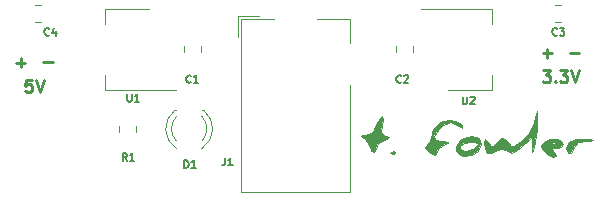
<source format=gbr>
G04 #@! TF.GenerationSoftware,KiCad,Pcbnew,(5.1.2)-2*
G04 #@! TF.CreationDate,2019-09-13T01:35:51-05:00*
G04 #@! TF.ProjectId,breadboard_power,62726561-6462-46f6-9172-645f706f7765,rev?*
G04 #@! TF.SameCoordinates,Original*
G04 #@! TF.FileFunction,Legend,Top*
G04 #@! TF.FilePolarity,Positive*
%FSLAX46Y46*%
G04 Gerber Fmt 4.6, Leading zero omitted, Abs format (unit mm)*
G04 Created by KiCad (PCBNEW (5.1.2)-2) date 2019-09-13 01:35:51*
%MOMM*%
%LPD*%
G04 APERTURE LIST*
%ADD10C,0.254000*%
%ADD11C,0.010000*%
%ADD12C,0.120000*%
%ADD13C,0.150000*%
%ADD14C,0.127000*%
%ADD15C,0.100000*%
%ADD16C,1.251600*%
%ADD17R,1.901600X1.901600*%
%ADD18C,1.901600*%
%ADD19R,2.701600X2.701600*%
%ADD20C,2.701600*%
%ADD21O,1.801600X1.801600*%
%ADD22R,1.801600X1.801600*%
%ADD23R,2.101600X1.601600*%
%ADD24R,2.101600X3.901600*%
G04 APERTURE END LIST*
D10*
X29472571Y-36787047D02*
X29472571Y-36012952D01*
X29859619Y-36400000D02*
X29085523Y-36400000D01*
X32187047Y-36327428D02*
X31412952Y-36327428D01*
X30406476Y-37843619D02*
X29922666Y-37843619D01*
X29874285Y-38327428D01*
X29922666Y-38279047D01*
X30019428Y-38230666D01*
X30261333Y-38230666D01*
X30358095Y-38279047D01*
X30406476Y-38327428D01*
X30454857Y-38424190D01*
X30454857Y-38666095D01*
X30406476Y-38762857D01*
X30358095Y-38811238D01*
X30261333Y-38859619D01*
X30019428Y-38859619D01*
X29922666Y-38811238D01*
X29874285Y-38762857D01*
X30745142Y-37843619D02*
X31083809Y-38859619D01*
X31422476Y-37843619D01*
X73700190Y-37043619D02*
X74329142Y-37043619D01*
X73990476Y-37430666D01*
X74135619Y-37430666D01*
X74232380Y-37479047D01*
X74280761Y-37527428D01*
X74329142Y-37624190D01*
X74329142Y-37866095D01*
X74280761Y-37962857D01*
X74232380Y-38011238D01*
X74135619Y-38059619D01*
X73845333Y-38059619D01*
X73748571Y-38011238D01*
X73700190Y-37962857D01*
X74764571Y-37962857D02*
X74812952Y-38011238D01*
X74764571Y-38059619D01*
X74716190Y-38011238D01*
X74764571Y-37962857D01*
X74764571Y-38059619D01*
X75151619Y-37043619D02*
X75780571Y-37043619D01*
X75441904Y-37430666D01*
X75587047Y-37430666D01*
X75683809Y-37479047D01*
X75732190Y-37527428D01*
X75780571Y-37624190D01*
X75780571Y-37866095D01*
X75732190Y-37962857D01*
X75683809Y-38011238D01*
X75587047Y-38059619D01*
X75296761Y-38059619D01*
X75200000Y-38011238D01*
X75151619Y-37962857D01*
X76070857Y-37043619D02*
X76409523Y-38059619D01*
X76748190Y-37043619D01*
X74072571Y-35987047D02*
X74072571Y-35212952D01*
X74459619Y-35600000D02*
X73685523Y-35600000D01*
X76787047Y-35527428D02*
X76012952Y-35527428D01*
D11*
G36*
X77597542Y-42842483D02*
G01*
X77901210Y-42925407D01*
X77708103Y-42976614D01*
X77332338Y-42998327D01*
X76632829Y-43135382D01*
X76313939Y-43516561D01*
X76298522Y-43569474D01*
X76061888Y-44028523D01*
X75808517Y-44036367D01*
X75686407Y-43591776D01*
X75686316Y-43574568D01*
X75921193Y-43105630D01*
X76536455Y-42833978D01*
X77398053Y-42810959D01*
X77597542Y-42842483D01*
X77597542Y-42842483D01*
G37*
X77597542Y-42842483D02*
X77901210Y-42925407D01*
X77708103Y-42976614D01*
X77332338Y-42998327D01*
X76632829Y-43135382D01*
X76313939Y-43516561D01*
X76298522Y-43569474D01*
X76061888Y-44028523D01*
X75808517Y-44036367D01*
X75686407Y-43591776D01*
X75686316Y-43574568D01*
X75921193Y-43105630D01*
X76536455Y-42833978D01*
X77398053Y-42810959D01*
X77597542Y-42842483D01*
G36*
X73236959Y-41296843D02*
G01*
X73188488Y-42105025D01*
X73053621Y-43038575D01*
X73027970Y-43168422D01*
X72889355Y-43785494D01*
X72816497Y-43908256D01*
X72780968Y-43568772D01*
X72776010Y-43452610D01*
X72745263Y-42667324D01*
X71952825Y-43426528D01*
X71396747Y-43894404D01*
X71024799Y-43997459D01*
X70766758Y-43859050D01*
X70266945Y-43671946D01*
X69838879Y-43818289D01*
X69337363Y-44060244D01*
X69075056Y-44059039D01*
X68912983Y-43925965D01*
X68769985Y-43538711D01*
X68742867Y-43190702D01*
X68774598Y-42805412D01*
X68917262Y-42925345D01*
X69034449Y-43121106D01*
X69270720Y-43447759D01*
X69523709Y-43402849D01*
X69852572Y-43124655D01*
X70261943Y-42801031D01*
X70518463Y-42851670D01*
X70750137Y-43137069D01*
X71015408Y-43437610D01*
X71285826Y-43442668D01*
X71741076Y-43130914D01*
X71906253Y-42999835D01*
X72523889Y-42306579D01*
X72946170Y-41483885D01*
X72962105Y-41430527D01*
X73224734Y-40494738D01*
X73236959Y-41296843D01*
X73236959Y-41296843D01*
G37*
X73236959Y-41296843D02*
X73188488Y-42105025D01*
X73053621Y-43038575D01*
X73027970Y-43168422D01*
X72889355Y-43785494D01*
X72816497Y-43908256D01*
X72780968Y-43568772D01*
X72776010Y-43452610D01*
X72745263Y-42667324D01*
X71952825Y-43426528D01*
X71396747Y-43894404D01*
X71024799Y-43997459D01*
X70766758Y-43859050D01*
X70266945Y-43671946D01*
X69838879Y-43818289D01*
X69337363Y-44060244D01*
X69075056Y-44059039D01*
X68912983Y-43925965D01*
X68769985Y-43538711D01*
X68742867Y-43190702D01*
X68774598Y-42805412D01*
X68917262Y-42925345D01*
X69034449Y-43121106D01*
X69270720Y-43447759D01*
X69523709Y-43402849D01*
X69852572Y-43124655D01*
X70261943Y-42801031D01*
X70518463Y-42851670D01*
X70750137Y-43137069D01*
X71015408Y-43437610D01*
X71285826Y-43442668D01*
X71741076Y-43130914D01*
X71906253Y-42999835D01*
X72523889Y-42306579D01*
X72946170Y-41483885D01*
X72962105Y-41430527D01*
X73224734Y-40494738D01*
X73236959Y-41296843D01*
G36*
X61159298Y-43925965D02*
G01*
X61122597Y-44084916D01*
X60981053Y-44104211D01*
X60760978Y-44006385D01*
X60802807Y-43925965D01*
X61120111Y-43893967D01*
X61159298Y-43925965D01*
X61159298Y-43925965D01*
G37*
X61159298Y-43925965D02*
X61122597Y-44084916D01*
X60981053Y-44104211D01*
X60760978Y-44006385D01*
X60802807Y-43925965D01*
X61120111Y-43893967D01*
X61159298Y-43925965D01*
G36*
X60120636Y-41242593D02*
G01*
X60050256Y-41675161D01*
X59997989Y-42265798D01*
X60232593Y-42538959D01*
X60363223Y-42582610D01*
X60658312Y-42698289D01*
X60478653Y-42824736D01*
X60245790Y-42903896D01*
X59778395Y-43185812D01*
X59644211Y-43451194D01*
X59467767Y-43893125D01*
X59376842Y-43970527D01*
X59153497Y-43903277D01*
X59109474Y-43681571D01*
X58911693Y-43161128D01*
X58641579Y-42872190D01*
X58335873Y-42600910D01*
X58504946Y-42516560D01*
X58749108Y-42508504D01*
X59285423Y-42274948D01*
X59604147Y-41697895D01*
X59880173Y-41078431D01*
X60073032Y-40925609D01*
X60120636Y-41242593D01*
X60120636Y-41242593D01*
G37*
X60120636Y-41242593D02*
X60050256Y-41675161D01*
X59997989Y-42265798D01*
X60232593Y-42538959D01*
X60363223Y-42582610D01*
X60658312Y-42698289D01*
X60478653Y-42824736D01*
X60245790Y-42903896D01*
X59778395Y-43185812D01*
X59644211Y-43451194D01*
X59467767Y-43893125D01*
X59376842Y-43970527D01*
X59153497Y-43903277D01*
X59109474Y-43681571D01*
X58911693Y-43161128D01*
X58641579Y-42872190D01*
X58335873Y-42600910D01*
X58504946Y-42516560D01*
X58749108Y-42508504D01*
X59285423Y-42274948D01*
X59604147Y-41697895D01*
X59880173Y-41078431D01*
X60073032Y-40925609D01*
X60120636Y-41242593D01*
G36*
X75136383Y-42891661D02*
G01*
X75413177Y-43232866D01*
X75221993Y-43502148D01*
X74851473Y-43569474D01*
X74465228Y-43628012D01*
X74542801Y-43877563D01*
X74616842Y-43970527D01*
X74782542Y-44294378D01*
X74553486Y-44331571D01*
X74015263Y-44082795D01*
X73626822Y-43686554D01*
X73547369Y-43427598D01*
X73754907Y-43123860D01*
X74438597Y-43123860D01*
X74475298Y-43282810D01*
X74616842Y-43302106D01*
X74836917Y-43204280D01*
X74795088Y-43123860D01*
X74477784Y-43091861D01*
X74438597Y-43123860D01*
X73754907Y-43123860D01*
X73774535Y-43095135D01*
X74295812Y-42861382D01*
X74870864Y-42807398D01*
X75136383Y-42891661D01*
X75136383Y-42891661D01*
G37*
X75136383Y-42891661D02*
X75413177Y-43232866D01*
X75221993Y-43502148D01*
X74851473Y-43569474D01*
X74465228Y-43628012D01*
X74542801Y-43877563D01*
X74616842Y-43970527D01*
X74782542Y-44294378D01*
X74553486Y-44331571D01*
X74015263Y-44082795D01*
X73626822Y-43686554D01*
X73547369Y-43427598D01*
X73754907Y-43123860D01*
X74438597Y-43123860D01*
X74475298Y-43282810D01*
X74616842Y-43302106D01*
X74836917Y-43204280D01*
X74795088Y-43123860D01*
X74477784Y-43091861D01*
X74438597Y-43123860D01*
X73754907Y-43123860D01*
X73774535Y-43095135D01*
X74295812Y-42861382D01*
X74870864Y-42807398D01*
X75136383Y-42891661D01*
G36*
X68269953Y-42754550D02*
G01*
X68467369Y-43284307D01*
X68239108Y-43877596D01*
X67669828Y-44236982D01*
X66932774Y-44275089D01*
X66662632Y-44194506D01*
X66352512Y-43845958D01*
X66382394Y-43502632D01*
X66660970Y-43502632D01*
X66761114Y-43775056D01*
X67222202Y-43820725D01*
X67777080Y-43674553D01*
X68144487Y-43403700D01*
X68200000Y-43255741D01*
X67991737Y-43083829D01*
X67517905Y-43085056D01*
X67004941Y-43223096D01*
X66679280Y-43461625D01*
X66660970Y-43502632D01*
X66382394Y-43502632D01*
X66396838Y-43336682D01*
X66752961Y-42864086D01*
X66979792Y-42726489D01*
X67737050Y-42550827D01*
X68269953Y-42754550D01*
X68269953Y-42754550D01*
G37*
X68269953Y-42754550D02*
X68467369Y-43284307D01*
X68239108Y-43877596D01*
X67669828Y-44236982D01*
X66932774Y-44275089D01*
X66662632Y-44194506D01*
X66352512Y-43845958D01*
X66382394Y-43502632D01*
X66660970Y-43502632D01*
X66761114Y-43775056D01*
X67222202Y-43820725D01*
X67777080Y-43674553D01*
X68144487Y-43403700D01*
X68200000Y-43255741D01*
X67991737Y-43083829D01*
X67517905Y-43085056D01*
X67004941Y-43223096D01*
X66679280Y-43461625D01*
X66660970Y-43502632D01*
X66382394Y-43502632D01*
X66396838Y-43336682D01*
X66752961Y-42864086D01*
X66979792Y-42726489D01*
X67737050Y-42550827D01*
X68269953Y-42754550D01*
G36*
X65865620Y-41214976D02*
G01*
X66480956Y-41390002D01*
X66808683Y-41696378D01*
X66809146Y-41697895D01*
X66838278Y-41953139D01*
X66592755Y-41780723D01*
X66575737Y-41764737D01*
X65923754Y-41449598D01*
X65261151Y-41632159D01*
X64873056Y-42024755D01*
X64519486Y-42627010D01*
X64567869Y-42937713D01*
X65046380Y-43047719D01*
X65192105Y-43053529D01*
X65655153Y-43088254D01*
X65624361Y-43182488D01*
X65412580Y-43274004D01*
X64912225Y-43636963D01*
X64744159Y-43903747D01*
X64581487Y-44183461D01*
X64301504Y-44099561D01*
X64055790Y-43919959D01*
X63726823Y-43566660D01*
X63855263Y-43382828D01*
X64146454Y-43042330D01*
X64189474Y-42804579D01*
X64416828Y-41987911D01*
X64999700Y-41409189D01*
X65789308Y-41209514D01*
X65865620Y-41214976D01*
X65865620Y-41214976D01*
G37*
X65865620Y-41214976D02*
X66480956Y-41390002D01*
X66808683Y-41696378D01*
X66809146Y-41697895D01*
X66838278Y-41953139D01*
X66592755Y-41780723D01*
X66575737Y-41764737D01*
X65923754Y-41449598D01*
X65261151Y-41632159D01*
X64873056Y-42024755D01*
X64519486Y-42627010D01*
X64567869Y-42937713D01*
X65046380Y-43047719D01*
X65192105Y-43053529D01*
X65655153Y-43088254D01*
X65624361Y-43182488D01*
X65412580Y-43274004D01*
X64912225Y-43636963D01*
X64744159Y-43903747D01*
X64581487Y-44183461D01*
X64301504Y-44099561D01*
X64055790Y-43919959D01*
X63726823Y-43566660D01*
X63855263Y-43382828D01*
X64146454Y-43042330D01*
X64189474Y-42804579D01*
X64416828Y-41987911D01*
X64999700Y-41409189D01*
X65789308Y-41209514D01*
X65865620Y-41214976D01*
D12*
X44710000Y-34988748D02*
X44710000Y-35511252D01*
X43290000Y-34988748D02*
X43290000Y-35511252D01*
X61290000Y-35511252D02*
X61290000Y-34988748D01*
X62710000Y-35511252D02*
X62710000Y-34988748D01*
X74738748Y-32960000D02*
X75261252Y-32960000D01*
X74738748Y-31540000D02*
X75261252Y-31540000D01*
X30713748Y-32960000D02*
X31236252Y-32960000D01*
X30713748Y-31540000D02*
X31236252Y-31540000D01*
X44828608Y-43652335D02*
G75*
G03X44985516Y-40420000I-1078608J1672335D01*
G01*
X42671392Y-43652335D02*
G75*
G02X42514484Y-40420000I1078608J1672335D01*
G01*
X44829837Y-43021130D02*
G75*
G03X44830000Y-40939039I-1079837J1041130D01*
G01*
X42670163Y-43021130D02*
G75*
G02X42670000Y-40939039I1079837J1041130D01*
G01*
X44986000Y-40420000D02*
X44830000Y-40420000D01*
X42670000Y-40420000D02*
X42514000Y-40420000D01*
X57350000Y-38300000D02*
X57350000Y-47300000D01*
X57350000Y-47300000D02*
X48150000Y-47300000D01*
X48150000Y-47300000D02*
X48150000Y-32700000D01*
X48150000Y-32700000D02*
X50950000Y-32700000D01*
X54550000Y-32700000D02*
X57350000Y-32700000D01*
X57350000Y-32700000D02*
X57350000Y-34700000D01*
X47910000Y-34200000D02*
X47910000Y-32460000D01*
X47910000Y-32460000D02*
X49650000Y-32460000D01*
X39210000Y-41738748D02*
X39210000Y-42261252D01*
X37790000Y-41738748D02*
X37790000Y-42261252D01*
X42600000Y-38660000D02*
X36590000Y-38660000D01*
X40350000Y-31840000D02*
X36590000Y-31840000D01*
X36590000Y-38660000D02*
X36590000Y-37400000D01*
X36590000Y-31840000D02*
X36590000Y-33100000D01*
X69410000Y-38660000D02*
X69410000Y-37400000D01*
X69410000Y-31840000D02*
X69410000Y-33100000D01*
X65650000Y-38660000D02*
X69410000Y-38660000D01*
X63400000Y-31840000D02*
X69410000Y-31840000D01*
D13*
X43894166Y-38026785D02*
X43863928Y-38057023D01*
X43773214Y-38087261D01*
X43712738Y-38087261D01*
X43622023Y-38057023D01*
X43561547Y-37996547D01*
X43531309Y-37936071D01*
X43501071Y-37815119D01*
X43501071Y-37724404D01*
X43531309Y-37603452D01*
X43561547Y-37542976D01*
X43622023Y-37482500D01*
X43712738Y-37452261D01*
X43773214Y-37452261D01*
X43863928Y-37482500D01*
X43894166Y-37512738D01*
X44498928Y-38087261D02*
X44136071Y-38087261D01*
X44317500Y-38087261D02*
X44317500Y-37452261D01*
X44257023Y-37542976D01*
X44196547Y-37603452D01*
X44136071Y-37633690D01*
X61694166Y-38026785D02*
X61663928Y-38057023D01*
X61573214Y-38087261D01*
X61512738Y-38087261D01*
X61422023Y-38057023D01*
X61361547Y-37996547D01*
X61331309Y-37936071D01*
X61301071Y-37815119D01*
X61301071Y-37724404D01*
X61331309Y-37603452D01*
X61361547Y-37542976D01*
X61422023Y-37482500D01*
X61512738Y-37452261D01*
X61573214Y-37452261D01*
X61663928Y-37482500D01*
X61694166Y-37512738D01*
X61936071Y-37512738D02*
X61966309Y-37482500D01*
X62026785Y-37452261D01*
X62177976Y-37452261D01*
X62238452Y-37482500D01*
X62268690Y-37512738D01*
X62298928Y-37573214D01*
X62298928Y-37633690D01*
X62268690Y-37724404D01*
X61905833Y-38087261D01*
X62298928Y-38087261D01*
X74894166Y-34026785D02*
X74863928Y-34057023D01*
X74773214Y-34087261D01*
X74712738Y-34087261D01*
X74622023Y-34057023D01*
X74561547Y-33996547D01*
X74531309Y-33936071D01*
X74501071Y-33815119D01*
X74501071Y-33724404D01*
X74531309Y-33603452D01*
X74561547Y-33542976D01*
X74622023Y-33482500D01*
X74712738Y-33452261D01*
X74773214Y-33452261D01*
X74863928Y-33482500D01*
X74894166Y-33512738D01*
X75105833Y-33452261D02*
X75498928Y-33452261D01*
X75287261Y-33694166D01*
X75377976Y-33694166D01*
X75438452Y-33724404D01*
X75468690Y-33754642D01*
X75498928Y-33815119D01*
X75498928Y-33966309D01*
X75468690Y-34026785D01*
X75438452Y-34057023D01*
X75377976Y-34087261D01*
X75196547Y-34087261D01*
X75136071Y-34057023D01*
X75105833Y-34026785D01*
X31894166Y-34026785D02*
X31863928Y-34057023D01*
X31773214Y-34087261D01*
X31712738Y-34087261D01*
X31622023Y-34057023D01*
X31561547Y-33996547D01*
X31531309Y-33936071D01*
X31501071Y-33815119D01*
X31501071Y-33724404D01*
X31531309Y-33603452D01*
X31561547Y-33542976D01*
X31622023Y-33482500D01*
X31712738Y-33452261D01*
X31773214Y-33452261D01*
X31863928Y-33482500D01*
X31894166Y-33512738D01*
X32438452Y-33663928D02*
X32438452Y-34087261D01*
X32287261Y-33422023D02*
X32136071Y-33875595D01*
X32529166Y-33875595D01*
X43331309Y-45287261D02*
X43331309Y-44652261D01*
X43482500Y-44652261D01*
X43573214Y-44682500D01*
X43633690Y-44742976D01*
X43663928Y-44803452D01*
X43694166Y-44924404D01*
X43694166Y-45015119D01*
X43663928Y-45136071D01*
X43633690Y-45196547D01*
X43573214Y-45257023D01*
X43482500Y-45287261D01*
X43331309Y-45287261D01*
X44298928Y-45287261D02*
X43936071Y-45287261D01*
X44117500Y-45287261D02*
X44117500Y-44652261D01*
X44057023Y-44742976D01*
X43996547Y-44803452D01*
X43936071Y-44833690D01*
X46788333Y-44452261D02*
X46788333Y-44905833D01*
X46758095Y-44996547D01*
X46697619Y-45057023D01*
X46606904Y-45087261D01*
X46546428Y-45087261D01*
X47423333Y-45087261D02*
X47060476Y-45087261D01*
X47241904Y-45087261D02*
X47241904Y-44452261D01*
X47181428Y-44542976D01*
X47120952Y-44603452D01*
X47060476Y-44633690D01*
D14*
X38494166Y-44687261D02*
X38282500Y-44384880D01*
X38131309Y-44687261D02*
X38131309Y-44052261D01*
X38373214Y-44052261D01*
X38433690Y-44082500D01*
X38463928Y-44112738D01*
X38494166Y-44173214D01*
X38494166Y-44263928D01*
X38463928Y-44324404D01*
X38433690Y-44354642D01*
X38373214Y-44384880D01*
X38131309Y-44384880D01*
X39098928Y-44687261D02*
X38736071Y-44687261D01*
X38917500Y-44687261D02*
X38917500Y-44052261D01*
X38857023Y-44142976D01*
X38796547Y-44203452D01*
X38736071Y-44233690D01*
D13*
X38516190Y-39052261D02*
X38516190Y-39566309D01*
X38546428Y-39626785D01*
X38576666Y-39657023D01*
X38637142Y-39687261D01*
X38758095Y-39687261D01*
X38818571Y-39657023D01*
X38848809Y-39626785D01*
X38879047Y-39566309D01*
X38879047Y-39052261D01*
X39514047Y-39687261D02*
X39151190Y-39687261D01*
X39332619Y-39687261D02*
X39332619Y-39052261D01*
X39272142Y-39142976D01*
X39211666Y-39203452D01*
X39151190Y-39233690D01*
X66916190Y-39252261D02*
X66916190Y-39766309D01*
X66946428Y-39826785D01*
X66976666Y-39857023D01*
X67037142Y-39887261D01*
X67158095Y-39887261D01*
X67218571Y-39857023D01*
X67248809Y-39826785D01*
X67279047Y-39766309D01*
X67279047Y-39252261D01*
X67551190Y-39312738D02*
X67581428Y-39282500D01*
X67641904Y-39252261D01*
X67793095Y-39252261D01*
X67853571Y-39282500D01*
X67883809Y-39312738D01*
X67914047Y-39373214D01*
X67914047Y-39433690D01*
X67883809Y-39524404D01*
X67520952Y-39887261D01*
X67914047Y-39887261D01*
%LPC*%
D15*
G36*
X44505383Y-33600510D02*
G01*
X44531795Y-33604428D01*
X44557696Y-33610916D01*
X44582837Y-33619911D01*
X44606974Y-33631328D01*
X44629877Y-33645055D01*
X44651324Y-33660961D01*
X44671108Y-33678892D01*
X44689039Y-33698676D01*
X44704945Y-33720123D01*
X44718672Y-33743026D01*
X44730089Y-33767163D01*
X44739084Y-33792304D01*
X44745572Y-33818205D01*
X44749490Y-33844617D01*
X44750800Y-33871286D01*
X44750800Y-34578714D01*
X44749490Y-34605383D01*
X44745572Y-34631795D01*
X44739084Y-34657696D01*
X44730089Y-34682837D01*
X44718672Y-34706974D01*
X44704945Y-34729877D01*
X44689039Y-34751324D01*
X44671108Y-34771108D01*
X44651324Y-34789039D01*
X44629877Y-34804945D01*
X44606974Y-34818672D01*
X44582837Y-34830089D01*
X44557696Y-34839084D01*
X44531795Y-34845572D01*
X44505383Y-34849490D01*
X44478714Y-34850800D01*
X43521286Y-34850800D01*
X43494617Y-34849490D01*
X43468205Y-34845572D01*
X43442304Y-34839084D01*
X43417163Y-34830089D01*
X43393026Y-34818672D01*
X43370123Y-34804945D01*
X43348676Y-34789039D01*
X43328892Y-34771108D01*
X43310961Y-34751324D01*
X43295055Y-34729877D01*
X43281328Y-34706974D01*
X43269911Y-34682837D01*
X43260916Y-34657696D01*
X43254428Y-34631795D01*
X43250510Y-34605383D01*
X43249200Y-34578714D01*
X43249200Y-33871286D01*
X43250510Y-33844617D01*
X43254428Y-33818205D01*
X43260916Y-33792304D01*
X43269911Y-33767163D01*
X43281328Y-33743026D01*
X43295055Y-33720123D01*
X43310961Y-33698676D01*
X43328892Y-33678892D01*
X43348676Y-33660961D01*
X43370123Y-33645055D01*
X43393026Y-33631328D01*
X43417163Y-33619911D01*
X43442304Y-33610916D01*
X43468205Y-33604428D01*
X43494617Y-33600510D01*
X43521286Y-33599200D01*
X44478714Y-33599200D01*
X44505383Y-33600510D01*
X44505383Y-33600510D01*
G37*
D16*
X44000000Y-34225000D03*
D15*
G36*
X44505383Y-35650510D02*
G01*
X44531795Y-35654428D01*
X44557696Y-35660916D01*
X44582837Y-35669911D01*
X44606974Y-35681328D01*
X44629877Y-35695055D01*
X44651324Y-35710961D01*
X44671108Y-35728892D01*
X44689039Y-35748676D01*
X44704945Y-35770123D01*
X44718672Y-35793026D01*
X44730089Y-35817163D01*
X44739084Y-35842304D01*
X44745572Y-35868205D01*
X44749490Y-35894617D01*
X44750800Y-35921286D01*
X44750800Y-36628714D01*
X44749490Y-36655383D01*
X44745572Y-36681795D01*
X44739084Y-36707696D01*
X44730089Y-36732837D01*
X44718672Y-36756974D01*
X44704945Y-36779877D01*
X44689039Y-36801324D01*
X44671108Y-36821108D01*
X44651324Y-36839039D01*
X44629877Y-36854945D01*
X44606974Y-36868672D01*
X44582837Y-36880089D01*
X44557696Y-36889084D01*
X44531795Y-36895572D01*
X44505383Y-36899490D01*
X44478714Y-36900800D01*
X43521286Y-36900800D01*
X43494617Y-36899490D01*
X43468205Y-36895572D01*
X43442304Y-36889084D01*
X43417163Y-36880089D01*
X43393026Y-36868672D01*
X43370123Y-36854945D01*
X43348676Y-36839039D01*
X43328892Y-36821108D01*
X43310961Y-36801324D01*
X43295055Y-36779877D01*
X43281328Y-36756974D01*
X43269911Y-36732837D01*
X43260916Y-36707696D01*
X43254428Y-36681795D01*
X43250510Y-36655383D01*
X43249200Y-36628714D01*
X43249200Y-35921286D01*
X43250510Y-35894617D01*
X43254428Y-35868205D01*
X43260916Y-35842304D01*
X43269911Y-35817163D01*
X43281328Y-35793026D01*
X43295055Y-35770123D01*
X43310961Y-35748676D01*
X43328892Y-35728892D01*
X43348676Y-35710961D01*
X43370123Y-35695055D01*
X43393026Y-35681328D01*
X43417163Y-35669911D01*
X43442304Y-35660916D01*
X43468205Y-35654428D01*
X43494617Y-35650510D01*
X43521286Y-35649200D01*
X44478714Y-35649200D01*
X44505383Y-35650510D01*
X44505383Y-35650510D01*
G37*
D16*
X44000000Y-36275000D03*
D15*
G36*
X62505383Y-35650510D02*
G01*
X62531795Y-35654428D01*
X62557696Y-35660916D01*
X62582837Y-35669911D01*
X62606974Y-35681328D01*
X62629877Y-35695055D01*
X62651324Y-35710961D01*
X62671108Y-35728892D01*
X62689039Y-35748676D01*
X62704945Y-35770123D01*
X62718672Y-35793026D01*
X62730089Y-35817163D01*
X62739084Y-35842304D01*
X62745572Y-35868205D01*
X62749490Y-35894617D01*
X62750800Y-35921286D01*
X62750800Y-36628714D01*
X62749490Y-36655383D01*
X62745572Y-36681795D01*
X62739084Y-36707696D01*
X62730089Y-36732837D01*
X62718672Y-36756974D01*
X62704945Y-36779877D01*
X62689039Y-36801324D01*
X62671108Y-36821108D01*
X62651324Y-36839039D01*
X62629877Y-36854945D01*
X62606974Y-36868672D01*
X62582837Y-36880089D01*
X62557696Y-36889084D01*
X62531795Y-36895572D01*
X62505383Y-36899490D01*
X62478714Y-36900800D01*
X61521286Y-36900800D01*
X61494617Y-36899490D01*
X61468205Y-36895572D01*
X61442304Y-36889084D01*
X61417163Y-36880089D01*
X61393026Y-36868672D01*
X61370123Y-36854945D01*
X61348676Y-36839039D01*
X61328892Y-36821108D01*
X61310961Y-36801324D01*
X61295055Y-36779877D01*
X61281328Y-36756974D01*
X61269911Y-36732837D01*
X61260916Y-36707696D01*
X61254428Y-36681795D01*
X61250510Y-36655383D01*
X61249200Y-36628714D01*
X61249200Y-35921286D01*
X61250510Y-35894617D01*
X61254428Y-35868205D01*
X61260916Y-35842304D01*
X61269911Y-35817163D01*
X61281328Y-35793026D01*
X61295055Y-35770123D01*
X61310961Y-35748676D01*
X61328892Y-35728892D01*
X61348676Y-35710961D01*
X61370123Y-35695055D01*
X61393026Y-35681328D01*
X61417163Y-35669911D01*
X61442304Y-35660916D01*
X61468205Y-35654428D01*
X61494617Y-35650510D01*
X61521286Y-35649200D01*
X62478714Y-35649200D01*
X62505383Y-35650510D01*
X62505383Y-35650510D01*
G37*
D16*
X62000000Y-36275000D03*
D15*
G36*
X62505383Y-33600510D02*
G01*
X62531795Y-33604428D01*
X62557696Y-33610916D01*
X62582837Y-33619911D01*
X62606974Y-33631328D01*
X62629877Y-33645055D01*
X62651324Y-33660961D01*
X62671108Y-33678892D01*
X62689039Y-33698676D01*
X62704945Y-33720123D01*
X62718672Y-33743026D01*
X62730089Y-33767163D01*
X62739084Y-33792304D01*
X62745572Y-33818205D01*
X62749490Y-33844617D01*
X62750800Y-33871286D01*
X62750800Y-34578714D01*
X62749490Y-34605383D01*
X62745572Y-34631795D01*
X62739084Y-34657696D01*
X62730089Y-34682837D01*
X62718672Y-34706974D01*
X62704945Y-34729877D01*
X62689039Y-34751324D01*
X62671108Y-34771108D01*
X62651324Y-34789039D01*
X62629877Y-34804945D01*
X62606974Y-34818672D01*
X62582837Y-34830089D01*
X62557696Y-34839084D01*
X62531795Y-34845572D01*
X62505383Y-34849490D01*
X62478714Y-34850800D01*
X61521286Y-34850800D01*
X61494617Y-34849490D01*
X61468205Y-34845572D01*
X61442304Y-34839084D01*
X61417163Y-34830089D01*
X61393026Y-34818672D01*
X61370123Y-34804945D01*
X61348676Y-34789039D01*
X61328892Y-34771108D01*
X61310961Y-34751324D01*
X61295055Y-34729877D01*
X61281328Y-34706974D01*
X61269911Y-34682837D01*
X61260916Y-34657696D01*
X61254428Y-34631795D01*
X61250510Y-34605383D01*
X61249200Y-34578714D01*
X61249200Y-33871286D01*
X61250510Y-33844617D01*
X61254428Y-33818205D01*
X61260916Y-33792304D01*
X61269911Y-33767163D01*
X61281328Y-33743026D01*
X61295055Y-33720123D01*
X61310961Y-33698676D01*
X61328892Y-33678892D01*
X61348676Y-33660961D01*
X61370123Y-33645055D01*
X61393026Y-33631328D01*
X61417163Y-33619911D01*
X61442304Y-33610916D01*
X61468205Y-33604428D01*
X61494617Y-33600510D01*
X61521286Y-33599200D01*
X62478714Y-33599200D01*
X62505383Y-33600510D01*
X62505383Y-33600510D01*
G37*
D16*
X62000000Y-34225000D03*
D15*
G36*
X76405383Y-31500510D02*
G01*
X76431795Y-31504428D01*
X76457696Y-31510916D01*
X76482837Y-31519911D01*
X76506974Y-31531328D01*
X76529877Y-31545055D01*
X76551324Y-31560961D01*
X76571108Y-31578892D01*
X76589039Y-31598676D01*
X76604945Y-31620123D01*
X76618672Y-31643026D01*
X76630089Y-31667163D01*
X76639084Y-31692304D01*
X76645572Y-31718205D01*
X76649490Y-31744617D01*
X76650800Y-31771286D01*
X76650800Y-32728714D01*
X76649490Y-32755383D01*
X76645572Y-32781795D01*
X76639084Y-32807696D01*
X76630089Y-32832837D01*
X76618672Y-32856974D01*
X76604945Y-32879877D01*
X76589039Y-32901324D01*
X76571108Y-32921108D01*
X76551324Y-32939039D01*
X76529877Y-32954945D01*
X76506974Y-32968672D01*
X76482837Y-32980089D01*
X76457696Y-32989084D01*
X76431795Y-32995572D01*
X76405383Y-32999490D01*
X76378714Y-33000800D01*
X75671286Y-33000800D01*
X75644617Y-32999490D01*
X75618205Y-32995572D01*
X75592304Y-32989084D01*
X75567163Y-32980089D01*
X75543026Y-32968672D01*
X75520123Y-32954945D01*
X75498676Y-32939039D01*
X75478892Y-32921108D01*
X75460961Y-32901324D01*
X75445055Y-32879877D01*
X75431328Y-32856974D01*
X75419911Y-32832837D01*
X75410916Y-32807696D01*
X75404428Y-32781795D01*
X75400510Y-32755383D01*
X75399200Y-32728714D01*
X75399200Y-31771286D01*
X75400510Y-31744617D01*
X75404428Y-31718205D01*
X75410916Y-31692304D01*
X75419911Y-31667163D01*
X75431328Y-31643026D01*
X75445055Y-31620123D01*
X75460961Y-31598676D01*
X75478892Y-31578892D01*
X75498676Y-31560961D01*
X75520123Y-31545055D01*
X75543026Y-31531328D01*
X75567163Y-31519911D01*
X75592304Y-31510916D01*
X75618205Y-31504428D01*
X75644617Y-31500510D01*
X75671286Y-31499200D01*
X76378714Y-31499200D01*
X76405383Y-31500510D01*
X76405383Y-31500510D01*
G37*
D16*
X76025000Y-32250000D03*
D15*
G36*
X74355383Y-31500510D02*
G01*
X74381795Y-31504428D01*
X74407696Y-31510916D01*
X74432837Y-31519911D01*
X74456974Y-31531328D01*
X74479877Y-31545055D01*
X74501324Y-31560961D01*
X74521108Y-31578892D01*
X74539039Y-31598676D01*
X74554945Y-31620123D01*
X74568672Y-31643026D01*
X74580089Y-31667163D01*
X74589084Y-31692304D01*
X74595572Y-31718205D01*
X74599490Y-31744617D01*
X74600800Y-31771286D01*
X74600800Y-32728714D01*
X74599490Y-32755383D01*
X74595572Y-32781795D01*
X74589084Y-32807696D01*
X74580089Y-32832837D01*
X74568672Y-32856974D01*
X74554945Y-32879877D01*
X74539039Y-32901324D01*
X74521108Y-32921108D01*
X74501324Y-32939039D01*
X74479877Y-32954945D01*
X74456974Y-32968672D01*
X74432837Y-32980089D01*
X74407696Y-32989084D01*
X74381795Y-32995572D01*
X74355383Y-32999490D01*
X74328714Y-33000800D01*
X73621286Y-33000800D01*
X73594617Y-32999490D01*
X73568205Y-32995572D01*
X73542304Y-32989084D01*
X73517163Y-32980089D01*
X73493026Y-32968672D01*
X73470123Y-32954945D01*
X73448676Y-32939039D01*
X73428892Y-32921108D01*
X73410961Y-32901324D01*
X73395055Y-32879877D01*
X73381328Y-32856974D01*
X73369911Y-32832837D01*
X73360916Y-32807696D01*
X73354428Y-32781795D01*
X73350510Y-32755383D01*
X73349200Y-32728714D01*
X73349200Y-31771286D01*
X73350510Y-31744617D01*
X73354428Y-31718205D01*
X73360916Y-31692304D01*
X73369911Y-31667163D01*
X73381328Y-31643026D01*
X73395055Y-31620123D01*
X73410961Y-31598676D01*
X73428892Y-31578892D01*
X73448676Y-31560961D01*
X73470123Y-31545055D01*
X73493026Y-31531328D01*
X73517163Y-31519911D01*
X73542304Y-31510916D01*
X73568205Y-31504428D01*
X73594617Y-31500510D01*
X73621286Y-31499200D01*
X74328714Y-31499200D01*
X74355383Y-31500510D01*
X74355383Y-31500510D01*
G37*
D16*
X73975000Y-32250000D03*
D15*
G36*
X32380383Y-31500510D02*
G01*
X32406795Y-31504428D01*
X32432696Y-31510916D01*
X32457837Y-31519911D01*
X32481974Y-31531328D01*
X32504877Y-31545055D01*
X32526324Y-31560961D01*
X32546108Y-31578892D01*
X32564039Y-31598676D01*
X32579945Y-31620123D01*
X32593672Y-31643026D01*
X32605089Y-31667163D01*
X32614084Y-31692304D01*
X32620572Y-31718205D01*
X32624490Y-31744617D01*
X32625800Y-31771286D01*
X32625800Y-32728714D01*
X32624490Y-32755383D01*
X32620572Y-32781795D01*
X32614084Y-32807696D01*
X32605089Y-32832837D01*
X32593672Y-32856974D01*
X32579945Y-32879877D01*
X32564039Y-32901324D01*
X32546108Y-32921108D01*
X32526324Y-32939039D01*
X32504877Y-32954945D01*
X32481974Y-32968672D01*
X32457837Y-32980089D01*
X32432696Y-32989084D01*
X32406795Y-32995572D01*
X32380383Y-32999490D01*
X32353714Y-33000800D01*
X31646286Y-33000800D01*
X31619617Y-32999490D01*
X31593205Y-32995572D01*
X31567304Y-32989084D01*
X31542163Y-32980089D01*
X31518026Y-32968672D01*
X31495123Y-32954945D01*
X31473676Y-32939039D01*
X31453892Y-32921108D01*
X31435961Y-32901324D01*
X31420055Y-32879877D01*
X31406328Y-32856974D01*
X31394911Y-32832837D01*
X31385916Y-32807696D01*
X31379428Y-32781795D01*
X31375510Y-32755383D01*
X31374200Y-32728714D01*
X31374200Y-31771286D01*
X31375510Y-31744617D01*
X31379428Y-31718205D01*
X31385916Y-31692304D01*
X31394911Y-31667163D01*
X31406328Y-31643026D01*
X31420055Y-31620123D01*
X31435961Y-31598676D01*
X31453892Y-31578892D01*
X31473676Y-31560961D01*
X31495123Y-31545055D01*
X31518026Y-31531328D01*
X31542163Y-31519911D01*
X31567304Y-31510916D01*
X31593205Y-31504428D01*
X31619617Y-31500510D01*
X31646286Y-31499200D01*
X32353714Y-31499200D01*
X32380383Y-31500510D01*
X32380383Y-31500510D01*
G37*
D16*
X32000000Y-32250000D03*
D15*
G36*
X30330383Y-31500510D02*
G01*
X30356795Y-31504428D01*
X30382696Y-31510916D01*
X30407837Y-31519911D01*
X30431974Y-31531328D01*
X30454877Y-31545055D01*
X30476324Y-31560961D01*
X30496108Y-31578892D01*
X30514039Y-31598676D01*
X30529945Y-31620123D01*
X30543672Y-31643026D01*
X30555089Y-31667163D01*
X30564084Y-31692304D01*
X30570572Y-31718205D01*
X30574490Y-31744617D01*
X30575800Y-31771286D01*
X30575800Y-32728714D01*
X30574490Y-32755383D01*
X30570572Y-32781795D01*
X30564084Y-32807696D01*
X30555089Y-32832837D01*
X30543672Y-32856974D01*
X30529945Y-32879877D01*
X30514039Y-32901324D01*
X30496108Y-32921108D01*
X30476324Y-32939039D01*
X30454877Y-32954945D01*
X30431974Y-32968672D01*
X30407837Y-32980089D01*
X30382696Y-32989084D01*
X30356795Y-32995572D01*
X30330383Y-32999490D01*
X30303714Y-33000800D01*
X29596286Y-33000800D01*
X29569617Y-32999490D01*
X29543205Y-32995572D01*
X29517304Y-32989084D01*
X29492163Y-32980089D01*
X29468026Y-32968672D01*
X29445123Y-32954945D01*
X29423676Y-32939039D01*
X29403892Y-32921108D01*
X29385961Y-32901324D01*
X29370055Y-32879877D01*
X29356328Y-32856974D01*
X29344911Y-32832837D01*
X29335916Y-32807696D01*
X29329428Y-32781795D01*
X29325510Y-32755383D01*
X29324200Y-32728714D01*
X29324200Y-31771286D01*
X29325510Y-31744617D01*
X29329428Y-31718205D01*
X29335916Y-31692304D01*
X29344911Y-31667163D01*
X29356328Y-31643026D01*
X29370055Y-31620123D01*
X29385961Y-31598676D01*
X29403892Y-31578892D01*
X29423676Y-31560961D01*
X29445123Y-31545055D01*
X29468026Y-31531328D01*
X29492163Y-31519911D01*
X29517304Y-31510916D01*
X29543205Y-31504428D01*
X29569617Y-31500510D01*
X29596286Y-31499200D01*
X30303714Y-31499200D01*
X30330383Y-31500510D01*
X30330383Y-31500510D01*
G37*
D16*
X29950000Y-32250000D03*
D17*
X43750000Y-40710000D03*
D18*
X43750000Y-43250000D03*
D19*
X52750000Y-33500000D03*
D20*
X52750000Y-39500000D03*
X57450000Y-36500000D03*
D21*
X32000000Y-28540000D03*
X32000000Y-26000000D03*
X29460000Y-28540000D03*
D22*
X29460000Y-26000000D03*
X74000000Y-26000000D03*
D21*
X74000000Y-28540000D03*
X76540000Y-26000000D03*
X76540000Y-28540000D03*
D15*
G36*
X39005383Y-40350510D02*
G01*
X39031795Y-40354428D01*
X39057696Y-40360916D01*
X39082837Y-40369911D01*
X39106974Y-40381328D01*
X39129877Y-40395055D01*
X39151324Y-40410961D01*
X39171108Y-40428892D01*
X39189039Y-40448676D01*
X39204945Y-40470123D01*
X39218672Y-40493026D01*
X39230089Y-40517163D01*
X39239084Y-40542304D01*
X39245572Y-40568205D01*
X39249490Y-40594617D01*
X39250800Y-40621286D01*
X39250800Y-41328714D01*
X39249490Y-41355383D01*
X39245572Y-41381795D01*
X39239084Y-41407696D01*
X39230089Y-41432837D01*
X39218672Y-41456974D01*
X39204945Y-41479877D01*
X39189039Y-41501324D01*
X39171108Y-41521108D01*
X39151324Y-41539039D01*
X39129877Y-41554945D01*
X39106974Y-41568672D01*
X39082837Y-41580089D01*
X39057696Y-41589084D01*
X39031795Y-41595572D01*
X39005383Y-41599490D01*
X38978714Y-41600800D01*
X38021286Y-41600800D01*
X37994617Y-41599490D01*
X37968205Y-41595572D01*
X37942304Y-41589084D01*
X37917163Y-41580089D01*
X37893026Y-41568672D01*
X37870123Y-41554945D01*
X37848676Y-41539039D01*
X37828892Y-41521108D01*
X37810961Y-41501324D01*
X37795055Y-41479877D01*
X37781328Y-41456974D01*
X37769911Y-41432837D01*
X37760916Y-41407696D01*
X37754428Y-41381795D01*
X37750510Y-41355383D01*
X37749200Y-41328714D01*
X37749200Y-40621286D01*
X37750510Y-40594617D01*
X37754428Y-40568205D01*
X37760916Y-40542304D01*
X37769911Y-40517163D01*
X37781328Y-40493026D01*
X37795055Y-40470123D01*
X37810961Y-40448676D01*
X37828892Y-40428892D01*
X37848676Y-40410961D01*
X37870123Y-40395055D01*
X37893026Y-40381328D01*
X37917163Y-40369911D01*
X37942304Y-40360916D01*
X37968205Y-40354428D01*
X37994617Y-40350510D01*
X38021286Y-40349200D01*
X38978714Y-40349200D01*
X39005383Y-40350510D01*
X39005383Y-40350510D01*
G37*
D16*
X38500000Y-40975000D03*
D15*
G36*
X39005383Y-42400510D02*
G01*
X39031795Y-42404428D01*
X39057696Y-42410916D01*
X39082837Y-42419911D01*
X39106974Y-42431328D01*
X39129877Y-42445055D01*
X39151324Y-42460961D01*
X39171108Y-42478892D01*
X39189039Y-42498676D01*
X39204945Y-42520123D01*
X39218672Y-42543026D01*
X39230089Y-42567163D01*
X39239084Y-42592304D01*
X39245572Y-42618205D01*
X39249490Y-42644617D01*
X39250800Y-42671286D01*
X39250800Y-43378714D01*
X39249490Y-43405383D01*
X39245572Y-43431795D01*
X39239084Y-43457696D01*
X39230089Y-43482837D01*
X39218672Y-43506974D01*
X39204945Y-43529877D01*
X39189039Y-43551324D01*
X39171108Y-43571108D01*
X39151324Y-43589039D01*
X39129877Y-43604945D01*
X39106974Y-43618672D01*
X39082837Y-43630089D01*
X39057696Y-43639084D01*
X39031795Y-43645572D01*
X39005383Y-43649490D01*
X38978714Y-43650800D01*
X38021286Y-43650800D01*
X37994617Y-43649490D01*
X37968205Y-43645572D01*
X37942304Y-43639084D01*
X37917163Y-43630089D01*
X37893026Y-43618672D01*
X37870123Y-43604945D01*
X37848676Y-43589039D01*
X37828892Y-43571108D01*
X37810961Y-43551324D01*
X37795055Y-43529877D01*
X37781328Y-43506974D01*
X37769911Y-43482837D01*
X37760916Y-43457696D01*
X37754428Y-43431795D01*
X37750510Y-43405383D01*
X37749200Y-43378714D01*
X37749200Y-42671286D01*
X37750510Y-42644617D01*
X37754428Y-42618205D01*
X37760916Y-42592304D01*
X37769911Y-42567163D01*
X37781328Y-42543026D01*
X37795055Y-42520123D01*
X37810961Y-42498676D01*
X37828892Y-42478892D01*
X37848676Y-42460961D01*
X37870123Y-42445055D01*
X37893026Y-42431328D01*
X37917163Y-42419911D01*
X37942304Y-42410916D01*
X37968205Y-42404428D01*
X37994617Y-42400510D01*
X38021286Y-42399200D01*
X38978714Y-42399200D01*
X39005383Y-42400510D01*
X39005383Y-42400510D01*
G37*
D16*
X38500000Y-43025000D03*
D23*
X41650000Y-37550000D03*
X41650000Y-32950000D03*
X41650000Y-35250000D03*
D24*
X35350000Y-35250000D03*
X70650000Y-35250000D03*
D23*
X64350000Y-35250000D03*
X64350000Y-37550000D03*
X64350000Y-32950000D03*
M02*

</source>
